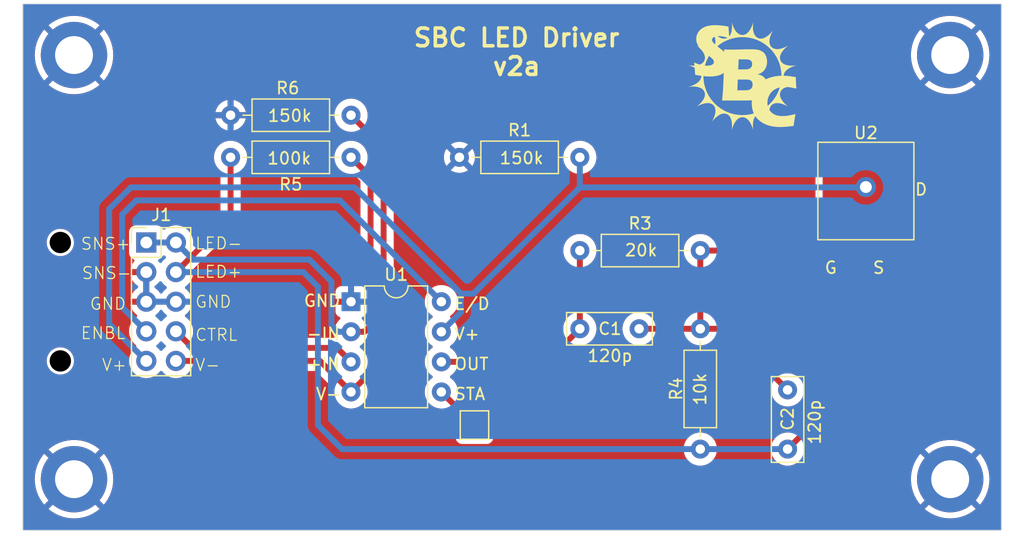
<source format=kicad_pcb>
(kicad_pcb (version 20221018) (generator pcbnew)
  (title_block (title "LED driver") (date "2023-02-01") (rev "v1a") (company "SBC / Northwestern University") (comment 1 "Author: Shilin Ray"))
  (layers (0 "F.Cu" signal) (31 "B.Cu" signal) (34 "B.Paste" user) (35 "F.Paste" user) (36 "B.SilkS" user "B.Silkscreen") (37 "F.SilkS" user "F.Silkscreen") (38 "B.Mask" user) (39 "F.Mask" user) (44 "Edge.Cuts" user))
  (net 0 "")
  (net 1 "GND")
  (net 2 "/ENBL")
  (net 3 "/V+")
  (net 4 "/OUT")
  (net 5 "/GATE")
  (net 6 "/LED+")
  (net 7 "/V-")
  (net 8 "/LED-")
  (net 9 "/STATUS")
  (net 10 "/CTRL")
  (footprint "Capacitor_THT:C_Disc_D7.0mm_W2.5mm_P5.00mm" (layer "F.Cu") (at 122.936 71.12 90)
    (fp_text reference "C2" (at 2.54 0 90) (layer "F.SilkS"))
    (fp_text value "120p" (at 2.286 2.286 90) (layer "F.SilkS"))
    (pad "1" thru_hole circle (at 0 0 90) (size 1.6 1.6) (drill 0.8) (layers "*.Cu" "*.Mask") (net 6 "/LED+"))
    (pad "2" thru_hole circle (at 5 0 90) (size 1.6 1.6) (drill 0.8) (layers "*.Cu" "*.Mask") (net 5 "/GATE"))
  )
  (footprint "Resistor_THT:R_Axial_DIN0207_L6.3mm_D2.5mm_P10.16mm_Horizontal" (layer "F.Cu") (at 95.25 46.482)
    (fp_text reference "R1" (at 5.08 -2.286) (layer "F.SilkS"))
    (fp_text value "150k" (at 5.245428 0.066371) (layer "F.SilkS"))
    (pad "1" thru_hole circle (at 0 0) (size 1.6 1.6) (drill 0.8) (layers "*.Cu" "*.Mask") (net 1 "GND"))
    (pad "2" thru_hole oval (at 10.16 0) (size 1.6 1.6) (drill 0.8) (layers "*.Cu" "*.Mask") (net 3 "/V+"))
  )
  (footprint "MountingHole:MountingHole_3.2mm_M3_DIN965_Pad" (layer "F.Cu") (at 62.738 37.846)
    (fp_text reference "J3")
    (fp_text value "Conn_01x01_Pin")
    (pad "1" thru_hole circle (at 0 0) (size 5.6 5.6) (drill 3.2) (layers "*.Cu" "*.Mask") (net 1 "GND"))
  )
  (footprint "MountingHole:MountingHole_3.2mm_M3_DIN965_Pad" (layer "F.Cu") (at 136.652 37.846)
    (fp_text reference "J4")
    (fp_text value "Conn_01x01_Pin")
    (pad "1" thru_hole circle (at 0 0) (size 5.6 5.6) (drill 3.2) (layers "*.Cu" "*.Mask") (net 1 "GND"))
  )
  (footprint "Package_DIP:DIP-8_W7.62mm" (layer "F.Cu") (at 86.106 58.674)
    (fp_text reference "U1" (at 3.81 -2.286) (layer "F.SilkS"))
    (fp_text value "OPA462")
    (pad "1" thru_hole rect (at 0 0) (size 1.6 1.6) (drill 0.8) (layers "*.Cu" "*.Mask") (net 1 "GND"))
    (pad "2" thru_hole oval (at 0 2.54) (size 1.6 1.6) (drill 0.8) (layers "*.Cu" "*.Mask") (net 8 "/LED-"))
    (pad "3" thru_hole oval (at 0 5.08) (size 1.6 1.6) (drill 0.8) (layers "*.Cu" "*.Mask") (net 10 "/CTRL"))
    (pad "4" thru_hole oval (at 0 7.62) (size 1.6 1.6) (drill 0.8) (layers "*.Cu" "*.Mask") (net 7 "/V-"))
    (pad "5" thru_hole oval (at 7.62 7.62) (size 1.6 1.6) (drill 0.8) (layers "*.Cu" "*.Mask") (net 9 "/STATUS"))
    (pad "6" thru_hole oval (at 7.62 5.08) (size 1.6 1.6) (drill 0.8) (layers "*.Cu" "*.Mask") (net 4 "/OUT"))
    (pad "7" thru_hole oval (at 7.62 2.54) (size 1.6 1.6) (drill 0.8) (layers "*.Cu" "*.Mask") (net 3 "/V+"))
    (pad "8" thru_hole oval (at 7.62 0) (size 1.6 1.6) (drill 0.8) (layers "*.Cu" "*.Mask") (net 2 "/ENBL"))
  )
  (footprint "Capacitor_THT:C_Disc_D7.0mm_W2.5mm_P5.00mm" (layer "F.Cu") (at 105.41 60.96)
    (fp_text reference "C1" (at 2.54 0) (layer "F.SilkS"))
    (fp_text value "120p" (at 2.54 2.286) (layer "F.SilkS"))
    (pad "1" thru_hole circle (at 0 0) (size 1.6 1.6) (drill 0.8) (layers "*.Cu" "*.Mask") (net 4 "/OUT"))
    (pad "2" thru_hole circle (at 5 0) (size 1.6 1.6) (drill 0.8) (layers "*.Cu" "*.Mask") (net 5 "/GATE"))
  )
  (footprint "led_driver:sbc_logo" (layer "F.Cu") (at 119.126 39.624)
    (fp_text reference "G***" hide)
    (fp_text value "LOGO" hide)
  )
  (footprint "TestPoint:TestPoint_Pad_2.0x2.0mm" (layer "F.Cu") (at 96.52 69.088)
    (fp_text reference "J2")
    (fp_text value "Test")
    (pad "1" smd rect (at 0 0) (size 2 2) (layers "F.Cu" "F.Mask") (net 9 "/STATUS"))
  )
  (footprint "MountingHole:MountingHole_3.2mm_M3_DIN965_Pad" (layer "F.Cu") (at 136.652 73.66)
    (fp_text reference "J5")
    (fp_text value "Conn_01x01_Pin")
    (pad "1" thru_hole circle (at 0 0) (size 5.6 5.6) (drill 3.2) (layers "*.Cu" "*.Mask") (net 1 "GND"))
  )
  (footprint "led_driver:BUK7S2R5-40H_footprint" (layer "F.Cu") (at 129.54 50.292)
    (fp_text reference "U2" (at 0 -5.872 unlocked) (layer "F.SilkS"))
    (fp_text value "BUK7S2R5-40H")
    (pad "1" smd roundrect (at -3 4.05) (size 1.2 1.4) (layers "F.Cu" "F.Paste" "F.Mask"))
    (pad "2" smd roundrect (at 1 4.05) (size 5.1 1.4) (layers "F.Cu" "F.Paste" "F.Mask"))
    (pad "3" thru_hole circle (at 0 -1.3) (size 1.7 1.7) (drill 1) (layers "*.Cu" "*.Mask"))
    (pad "3" smd roundrect (at 0 -1.3) (size 7.3 5.5) (layers "F.Cu" "F.Paste" "F.Mask"))
  )
  (footprint "Resistor_THT:R_Axial_DIN0207_L6.3mm_D2.5mm_P10.16mm_Horizontal" (layer "F.Cu") (at 86.106 46.482 180)
    (fp_text reference "R5" (at 5.08 -2.286) (layer "F.SilkS"))
    (fp_text value "100k" (at 5.212309 -0.087907) (layer "F.SilkS"))
    (pad "1" thru_hole circle (at 0 0 180) (size 1.6 1.6) (drill 0.8) (layers "*.Cu" "*.Mask") (net 8 "/LED-"))
    (pad "2" thru_hole oval (at 10.16 0 180) (size 1.6 1.6) (drill 0.8) (layers "*.Cu" "*.Mask") (net 6 "/LED+"))
  )
  (footprint "Resistor_THT:R_Axial_DIN0207_L6.3mm_D2.5mm_P10.16mm_Horizontal" (layer "F.Cu") (at 115.57 54.356 180)
    (fp_text reference "R3" (at 5.08 2.286) (layer "F.SilkS"))
    (fp_text value "20k" (at 4.996772 0.025055) (layer "F.SilkS"))
    (pad "1" thru_hole circle (at 0 0 180) (size 1.6 1.6) (drill 0.8) (layers "*.Cu" "*.Mask") (net 5 "/GATE"))
    (pad "2" thru_hole oval (at 10.16 0 180) (size 1.6 1.6) (drill 0.8) (layers "*.Cu" "*.Mask") (net 4 "/OUT"))
  )
  (footprint "Connector_PinHeader_2.54mm:PinHeader_2x05_P2.54mm_Vertical" (layer "F.Cu") (at 68.834 53.674)
    (fp_text reference "J1" (at 1.27 -2.33) (layer "F.SilkS"))
    (fp_text value "Molex 10-pin")
    (pad "" np_thru_hole circle (at -7.25 0) (size 1.8 1.8) (drill 1.8) (layers "*.Mask"))
    (pad "" np_thru_hole circle (at -7.25 10) (size 1.8 1.8) (drill 1.8) (layers "*.Mask"))
    (pad "1" thru_hole rect (at 0 0) (size 1.7 1.7) (drill 1) (layers "*.Cu" "*.Mask") (net 8 "/LED-"))
    (pad "2" thru_hole oval (at 0 2.5) (size 1.7 1.7) (drill 1) (layers "*.Cu" "*.Mask") (net 1 "GND"))
    (pad "3" thru_hole oval (at 0 5) (size 1.7 1.7) (drill 1) (layers "*.Cu" "*.Mask") (net 1 "GND"))
    (pad "4" thru_hole oval (at 0 7.5) (size 1.7 1.7) (drill 1) (layers "*.Cu" "*.Mask") (net 2 "/ENBL"))
    (pad "5" thru_hole oval (at 0 10) (size 1.7 1.7) (drill 1) (layers "*.Cu" "*.Mask") (net 3 "/V+"))
    (pad "6" thru_hole oval (at 2.5 10) (size 1.7 1.7) (drill 1) (layers "*.Cu" "*.Mask") (net 7 "/V-"))
    (pad "7" thru_hole oval (at 2.5 7.5) (size 1.7 1.7) (drill 1) (layers "*.Cu" "*.Mask") (net 10 "/CTRL"))
    (pad "8" thru_hole oval (at 2.5 5) (size 1.7 1.7) (drill 1) (layers "*.Cu" "*.Mask" "Eco1.User") (net 1 "GND"))
    (pad "9" thru_hole oval (at 2.5 2.5) (size 1.7 1.7) (drill 1) (layers "*.Cu" "*.Mask") (net 6 "/LED+"))
    (pad "10" thru_hole oval (at 2.5 0) (size 1.7 1.7) (drill 1) (layers "*.Cu" "*.Mask") (net 8 "/LED-"))
  )
  (footprint "MountingHole:MountingHole_3.2mm_M3_DIN965_Pad" (layer "F.Cu") (at 62.738 73.66)
    (fp_text reference "J6")
    (fp_text value "Conn_01x01_Pin")
    (pad "1" thru_hole circle (at 0 0) (size 5.6 5.6) (drill 3.2) (layers "*.Cu" "*.Mask") (net 1 "GND"))
  )
  (footprint "Resistor_THT:R_Axial_DIN0207_L6.3mm_D2.5mm_P10.16mm_Horizontal" (layer "F.Cu") (at 86.106 42.926 180)
    (fp_text reference "R6" (at 5.334 2.286) (layer "F.SilkS"))
    (fp_text value "150k" (at 5.168293 -0.045759) (layer "F.SilkS"))
    (pad "1" thru_hole circle (at 0 0 180) (size 1.6 1.6) (drill 0.8) (layers "*.Cu" "*.Mask") (net 7 "/V-"))
    (pad "2" thru_hole oval (at 10.16 0 180) (size 1.6 1.6) (drill 0.8) (layers "*.Cu" "*.Mask") (net 1 "GND"))
  )
  (footprint "Resistor_THT:R_Axial_DIN0207_L6.3mm_D2.5mm_P10.16mm_Horizontal" (layer "F.Cu") (at 115.57 71.12 90)
    (fp_text reference "R4" (at 5.08 -2.032 270) (layer "F.SilkS"))
    (fp_text value "10k" (at 5.057434 -0.013042 90) (layer "F.SilkS"))
    (pad "1" thru_hole circle (at 0 0 90) (size 1.6 1.6) (drill 0.8) (layers "*.Cu" "*.Mask") (net 6 "/LED+"))
    (pad "2" thru_hole oval (at 10.16 0 90) (size 1.6 1.6) (drill 0.8) (layers "*.Cu" "*.Mask") (net 5 "/GATE"))
  )
  (gr_rect (start 58.42 33.528) (end 140.97 77.978) (stroke (width 0.05)) (fill none) (layer "Edge.Cuts"))
  (gr_text "SNS+" (at 63.246 54.367793) (layer "F.SilkS") (effects (font (size 1 1) (thickness 0.1)) (justify left bottom)))
  (gr_text "STA" (at 94.742 67.056) (layer "F.SilkS") (effects (font (size 1 1)) (justify left bottom)))
  (gr_text "CTRL" (at 72.898 62.056) (layer "F.SilkS") (effects (font (size 1 1) (thickness 0.1)) (justify left bottom)))
  (gr_text "S" (at 130.048 56.388) (layer "F.SilkS") (effects (font (size 1 1)) (justify left bottom)))
  (gr_text "LED+" (at 72.898 56.730937) (layer "F.SilkS") (effects (font (size 1 1) (thickness 0.1)) (justify left bottom)))
  (gr_text "V-" (at 83.058 67.056) (layer "F.SilkS") (effects (font (size 1 1)) (justify left bottom)))
  (gr_text "V-" (at 72.898 64.596) (layer "F.SilkS") (effects (font (size 1 1) (thickness 0.1)) (justify left bottom)))
  (gr_text "G" (at 125.984 56.388) (layer "F.SilkS") (effects (font (size 1 1)) (justify left bottom)))
  (gr_text "SNS-" (at 63.332303 56.84171) (layer "F.SilkS") (effects (font (size 1 1) (thickness 0.1)) (justify left bottom)))
  (gr_text "GND" (at 82.042 59.182) (layer "F.SilkS") (effects (font (size 1 1)) (justify left bottom)))
  (gr_text "-IN" (at 82.296 61.976) (layer "F.SilkS") (effects (font (size 1 1)) (justify left bottom)))
  (gr_text "+IN" (at 82.296 64.516) (layer "F.SilkS") (effects (font (size 1 1)) (justify left bottom)))
  (gr_text "GND" (at 64.008 59.435925) (layer "F.SilkS") (effects (font (size 1 1) (thickness 0.1)) (justify left bottom)))
  (gr_text "SBC LED Driver\nv2a" (at 100.076 37.592) (layer "F.SilkS") (effects (font (size 1.5 1.5) (thickness 0.3))))
  (gr_text "GND" (at 72.898 59.262) (layer "F.SilkS") (effects (font (size 1 1) (thickness 0.1)) (justify left bottom)))
  (gr_text "V+" (at 65.024 64.596) (layer "F.SilkS") (effects (font (size 1 1) (thickness 0.1)) (justify left bottom)))
  (gr_text "V+" (at 94.742 61.976) (layer "F.SilkS") (effects (font (size 1 1)) (justify left bottom)))
  (gr_text "LED-" (at 72.898 54.338634) (layer "F.SilkS") (effects (font (size 1 1) (thickness 0.1)) (justify left bottom)))
  (gr_text "OUT" (at 94.742 64.516) (layer "F.SilkS") (effects (font (size 1 1)) (justify left bottom)))
  (gr_text "ENBL\n" (at 63.246 61.913944) (layer "F.SilkS") (effects (font (size 1 1) (thickness 0.1)) (justify left bottom)))
  (gr_text "D" (at 133.604 49.784) (layer "F.SilkS") (effects (font (size 1 1)) (justify left bottom)))
  (gr_text "E/D" (at 94.742 59.436) (layer "F.SilkS") (effects (font (size 1 1)) (justify left bottom)))
  (segment (start 67.988 50.122) (end 85.174 50.122) (width 0.5) (layer "B.Cu") (net 2))
  (segment (start 66.802 51.308) (end 66.802 59.142) (width 0.5) (layer "B.Cu") (net 2))
  (segment (start 66.802 59.142) (end 68.834 61.174) (width 0.5) (layer "B.Cu") (net 2))
  (segment (start 85.174 50.122) (end 93.726 58.674) (width 0.5) (layer "B.Cu") (net 2))
  (segment (start 67.988 50.122) (end 66.802 51.308) (width 0.5) (layer "B.Cu") (net 2))
  (segment (start 65.702 50.852365) (end 67.532366 49.022) (width 0.5) (layer "B.Cu") (net 3))
  (segment (start 105.41 49.022) (end 96.441453 57.990547) (width 0.5) (layer "B.Cu") (net 3))
  (segment (start 105.41 49.022) (end 105.41 46.482) (width 0.5) (layer "B.Cu") (net 3))
  (segment (start 65.702 60.542) (end 65.702 50.852365) (width 0.5) (layer "B.Cu") (net 3))
  (segment (start 95.376 57.990547) (end 95.376 59.564) (width 0.5) (layer "B.Cu") (net 3))
  (segment (start 95.376 59.564) (end 93.726 61.214) (width 0.5) (layer "B.Cu") (net 3))
  (segment (start 86.407453 49.022) (end 95.376 57.990547) (width 0.5) (layer "B.Cu") (net 3))
  (segment (start 67.532366 49.022) (end 86.407453 49.022) (width 0.5) (layer "B.Cu") (net 3))
  (segment (start 68.834 63.674) (end 65.702 60.542) (width 0.5) (layer "B.Cu") (net 3))
  (segment (start 129.54 49.022) (end 105.41 49.022) (width 0.5) (layer "B.Cu") (net 3))
  (segment (start 96.441453 57.990547) (end 95.376 57.990547) (width 0.5) (layer "B.Cu") (net 3))
  (segment (start 93.726 63.754) (end 102.616 63.754) (width 0.5) (layer "F.Cu") (net 4))
  (segment (start 102.616 63.754) (end 105.41 60.96) (width 0.5) (layer "F.Cu") (net 4))
  (segment (start 105.41 54.356) (end 105.41 60.96) (width 0.5) (layer "F.Cu") (net 4))
  (segment (start 110.41 60.96) (end 115.57 60.96) (width 0.5) (layer "F.Cu") (net 5))
  (segment (start 115.57 60.96) (end 115.57 54.356) (width 0.5) (layer "F.Cu") (net 5))
  (segment (start 117.776 60.96) (end 122.936 66.12) (width 0.5) (layer "F.Cu") (net 5))
  (segment (start 115.57 54.356) (end 126.524 54.356) (width 0.5) (layer "F.Cu") (net 5))
  (segment (start 115.57 60.96) (end 117.776 60.96) (width 0.5) (layer "F.Cu") (net 5))
  (segment (start 130.54 63.516) (end 130.54 54.372) (width 0.5) (layer "F.Cu") (net 6))
  (segment (start 75.946 51.562) (end 75.946 46.482) (width 0.5) (layer "F.Cu") (net 6))
  (segment (start 71.334 56.174) (end 75.946 51.562) (width 0.5) (layer "F.Cu") (net 6))
  (segment (start 128.556 54.356) (end 128.572 54.372) (width 0.5) (layer "F.Cu") (net 6))
  (segment (start 122.936 71.12) (end 130.54 63.516) (width 0.5) (layer "F.Cu") (net 6))
  (segment (start 83.312 69.088) (end 85.344 71.12) (width 0.5) (layer "B.Cu") (net 6))
  (segment (start 85.344 71.12) (end 115.57 71.12) (width 0.5) (layer "B.Cu") (net 6))
  (segment (start 83.312 57.404) (end 83.312 69.088) (width 0.5) (layer "B.Cu") (net 6))
  (segment (start 82.082 56.174) (end 83.312 57.404) (width 0.5) (layer "B.Cu") (net 6))
  (segment (start 71.334 56.174) (end 82.082 56.174) (width 0.5) (layer "B.Cu") (net 6))
  (segment (start 122.936 71.12) (end 115.57 71.12) (width 0.5) (layer "B.Cu") (net 6))
  (segment (start 88.856 63.544) (end 86.106 66.294) (width 0.5) (layer "F.Cu") (net 7))
  (segment (start 86.106 42.926) (end 88.856 45.676) (width 0.5) (layer "F.Cu") (net 7))
  (segment (start 88.856 45.676) (end 88.856 63.544) (width 0.5) (layer "F.Cu") (net 7))
  (segment (start 71.334 63.674) (end 83.486 63.674) (width 0.5) (layer "F.Cu") (net 7))
  (segment (start 83.486 63.674) (end 86.106 66.294) (width 0.5) (layer "F.Cu") (net 7))
  (segment (start 87.756 60.69537) (end 87.23737 61.214) (width 0.5) (layer "F.Cu") (net 8))
  (segment (start 87.756 48.132) (end 87.756 60.69537) (width 0.5) (layer "F.Cu") (net 8))
  (segment (start 86.106 46.482) (end 87.756 48.132) (width 0.5) (layer "F.Cu") (net 8))
  (segment (start 87.23737 61.214) (end 86.106 61.214) (width 0.5) (layer "F.Cu") (net 8))
  (segment (start 84.456 60.69537) (end 84.97463 61.214) (width 0.5) (layer "B.Cu") (net 8))
  (segment (start 82.59466 55.118) (end 84.456 56.97934) (width 0.5) (layer "B.Cu") (net 8))
  (segment (start 84.456 56.97934) (end 84.456 60.69537) (width 0.5) (layer "B.Cu") (net 8))
  (segment (start 84.97463 61.214) (end 86.106 61.214) (width 0.5) (layer "B.Cu") (net 8))
  (segment (start 71.334 53.674) (end 72.778 55.118) (width 0.5) (layer "B.Cu") (net 8))
  (segment (start 72.778 55.118) (end 82.59466 55.118) (width 0.5) (layer "B.Cu") (net 8))
  (segment (start 68.834 53.674) (end 71.334 53.674) (width 0.5) (layer "B.Cu") (net 8))
  (segment (start 93.726 66.294) (end 96.52 69.088) (width 0.5) (layer "F.Cu") (net 9))
  (segment (start 84.926 62.574) (end 86.106 63.754) (width 0.5) (layer "F.Cu") (net 10))
  (segment (start 72.734 62.574) (end 84.926 62.574) (width 0.5) (layer "F.Cu") (net 10))
  (segment (start 71.334 61.174) (end 71.668 60.84) (width 0.5) (layer "F.Cu") (net 10))
  (segment (start 71.334 61.174) (end 72.734 62.574) (width 0.5) (layer "F.Cu") (net 10))
  (zone (net 1) (net_name "GND") (layer "F.Cu") (connect_pads (clearance 0.508)) (min_thickness 0.254) (fill yes (thermal_gap 0.508) (thermal_bridge_width 0.508))
    (polygon (pts (xy 140.97 77.978) (xy 58.42 77.978) (xy 58.42 33.528) (xy 140.97 33.528)))
  )
  (zone (net 1) (net_name "GND") (layer "B.Cu") (connect_pads (clearance 0.508)) (min_thickness 0.254) (fill yes (thermal_gap 0.508) (thermal_bridge_width 0.508) (island_removal_mode 1) (island_area_min 0))
    (polygon (pts (xy 140.97 77.978) (xy 58.42 77.983494) (xy 58.42 33.533494) (xy 140.97 33.533494)))
  )
)
</source>
